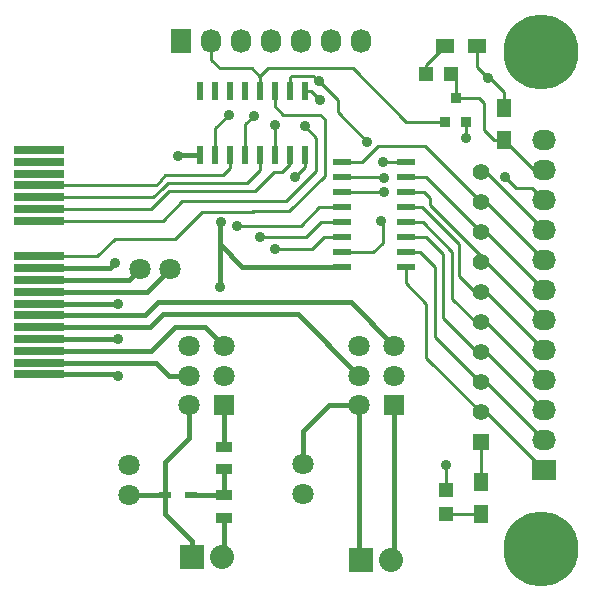
<source format=gtl>
%FSLAX46Y46*%
G04 Gerber Fmt 4.6, Leading zero omitted, Abs format (unit mm)*
G04 Created by KiCad (PCBNEW (2014-10-27 BZR 5228)-product) date 29/03/2015 08:33:29*
%MOMM*%
G01*
G04 APERTURE LIST*
%ADD10C,0.100000*%
%ADD11C,6.350000*%
%ADD12R,1.397000X0.889000*%
%ADD13R,1.000760X0.599440*%
%ADD14C,1.800000*%
%ADD15R,1.800000X1.800000*%
%ADD16R,4.200000X0.700000*%
%ADD17R,1.198880X1.198880*%
%ADD18R,2.032000X2.032000*%
%ADD19O,2.032000X2.032000*%
%ADD20R,0.914400X0.914400*%
%ADD21R,1.300000X1.500000*%
%ADD22R,1.500000X1.300000*%
%ADD23R,1.397000X1.397000*%
%ADD24C,1.397000*%
%ADD25R,0.600000X1.500000*%
%ADD26R,1.500000X0.600000*%
%ADD27R,2.032000X1.727200*%
%ADD28O,2.032000X1.727200*%
%ADD29R,1.727200X2.032000*%
%ADD30O,1.727200X2.032000*%
%ADD31C,0.889000*%
%ADD32C,0.250000*%
%ADD33C,0.400000*%
G04 APERTURE END LIST*
D10*
D11*
X46050000Y-3900000D03*
X46050000Y-46000000D03*
D12*
X19250000Y-39252500D03*
X19250000Y-37347500D03*
X19250000Y-43352500D03*
X19250000Y-41447500D03*
D13*
X14250180Y-41400000D03*
X16449820Y-41400000D03*
D14*
X25950000Y-41300000D03*
X25950000Y-38760000D03*
X11150000Y-38900000D03*
X11150000Y-41440000D03*
X30650000Y-33800000D03*
X30650000Y-31300000D03*
D15*
X33650000Y-33800000D03*
D14*
X30650000Y-28800000D03*
X33650000Y-28800000D03*
X33650000Y-31300000D03*
X16250000Y-33800000D03*
X16250000Y-31300000D03*
D15*
X19250000Y-33800000D03*
D14*
X16250000Y-28800000D03*
X19250000Y-28800000D03*
X19250000Y-31300000D03*
D16*
X3550000Y-31200000D03*
X3550000Y-30200000D03*
X3550000Y-29200000D03*
X3550000Y-28200000D03*
X3550000Y-27200000D03*
X3550000Y-26200000D03*
X3550000Y-25200000D03*
X3550000Y-24200000D03*
X3550000Y-23200000D03*
X3550000Y-22200000D03*
X3550000Y-21200000D03*
X3550000Y-18200000D03*
X3550000Y-17200000D03*
X3550000Y-16200000D03*
X3550000Y-15200000D03*
X3550000Y-14200000D03*
X3550000Y-13200000D03*
X3550000Y-12200000D03*
D14*
X12100000Y-22250000D03*
X14640000Y-22250000D03*
D17*
X38050000Y-43049020D03*
X38050000Y-40950980D03*
X36300980Y-5800000D03*
X38399020Y-5800000D03*
D18*
X30850000Y-46900000D03*
D19*
X33390000Y-46900000D03*
D18*
X16550000Y-46700000D03*
D19*
X19090000Y-46700000D03*
D20*
X39739000Y-9816000D03*
X37961000Y-9816000D03*
X38850000Y-7784000D03*
D21*
X42950000Y-8650000D03*
X42950000Y-11350000D03*
X40950000Y-40350000D03*
X40950000Y-43050000D03*
D22*
X40600000Y-3400000D03*
X37900000Y-3400000D03*
D23*
X40950000Y-36930000D03*
D24*
X40950000Y-34390000D03*
X40950000Y-31850000D03*
X40950000Y-29310000D03*
X40950000Y-26770000D03*
X40950000Y-24230000D03*
X40950000Y-21690000D03*
X40950000Y-19150000D03*
X40950000Y-16610000D03*
X40950000Y-14070000D03*
D25*
X17205000Y-12600000D03*
X18475000Y-12600000D03*
X19745000Y-12600000D03*
X21015000Y-12600000D03*
X22285000Y-12600000D03*
X23555000Y-12600000D03*
X24825000Y-12600000D03*
X26095000Y-12600000D03*
X26095000Y-7200000D03*
X24825000Y-7200000D03*
X23555000Y-7200000D03*
X22285000Y-7200000D03*
X21015000Y-7200000D03*
X19745000Y-7200000D03*
X18475000Y-7200000D03*
X17205000Y-7200000D03*
D26*
X34650000Y-22145000D03*
X34650000Y-20875000D03*
X34650000Y-19605000D03*
X34650000Y-18335000D03*
X34650000Y-17065000D03*
X34650000Y-15795000D03*
X34650000Y-14525000D03*
X34650000Y-13255000D03*
X29250000Y-13255000D03*
X29250000Y-14525000D03*
X29250000Y-15795000D03*
X29250000Y-17065000D03*
X29250000Y-18335000D03*
X29250000Y-19605000D03*
X29250000Y-20875000D03*
X29250000Y-22145000D03*
D27*
X46350000Y-39300000D03*
D28*
X46350000Y-36760000D03*
X46350000Y-34220000D03*
X46350000Y-31680000D03*
X46350000Y-29140000D03*
X46350000Y-26600000D03*
X46350000Y-24060000D03*
X46350000Y-21520000D03*
X46350000Y-18980000D03*
X46350000Y-16440000D03*
X46350000Y-13900000D03*
X46350000Y-11360000D03*
D29*
X15550000Y-3000000D03*
D30*
X18090000Y-3000000D03*
X20630000Y-3000000D03*
X23170000Y-3000000D03*
X25710000Y-3000000D03*
X28250000Y-3000000D03*
X30790000Y-3000000D03*
D31*
X41550000Y-6100000D03*
X27350000Y-8000000D03*
X26050000Y-10200000D03*
X18850000Y-23800000D03*
X15350000Y-12700000D03*
X18950000Y-18300000D03*
X32750000Y-15800000D03*
X43050000Y-14500000D03*
X32750000Y-14600000D03*
X25250000Y-14500000D03*
X9950000Y-21800000D03*
X32650000Y-13200000D03*
X39750000Y-11200000D03*
X38050000Y-38900000D03*
X10250000Y-31300000D03*
X10250000Y-28200000D03*
X10250000Y-25200000D03*
X20350000Y-18600000D03*
X19650000Y-9200000D03*
X22250000Y-19600000D03*
X21750000Y-9300000D03*
X23550000Y-20600000D03*
X23555000Y-10100000D03*
X31350000Y-11500000D03*
X27250000Y-6400000D03*
X32550000Y-18200000D03*
D32*
X40950000Y-40350000D02*
X40950000Y-36930000D01*
X41550000Y-6100000D02*
X40600000Y-5150000D01*
X40600000Y-5150000D02*
X40600000Y-3400000D01*
X41750000Y-6100000D02*
X42950000Y-7300000D01*
X42950000Y-7300000D02*
X42950000Y-8650000D01*
X41550000Y-6100000D02*
X41750000Y-6100000D01*
D33*
X3550000Y-30200000D02*
X13450000Y-30200000D01*
X14550000Y-31300000D02*
X16250000Y-31300000D01*
X13450000Y-30200000D02*
X14550000Y-31300000D01*
X16250000Y-31300000D02*
X15950000Y-31300000D01*
X15050000Y-27200000D02*
X17650000Y-27200000D01*
X13050000Y-29200000D02*
X15050000Y-27200000D01*
X3550000Y-29200000D02*
X13050000Y-29200000D01*
X17650000Y-27200000D02*
X19250000Y-28800000D01*
X30650000Y-31300000D02*
X25450000Y-26100000D01*
X12950000Y-27200000D02*
X14050000Y-26100000D01*
X14050000Y-26100000D02*
X19950000Y-26100000D01*
X12950000Y-27200000D02*
X3550000Y-27200000D01*
X25450000Y-26100000D02*
X19950000Y-26100000D01*
X33650000Y-28800000D02*
X29950000Y-25100000D01*
X29950000Y-25100000D02*
X19950000Y-25100000D01*
X12550000Y-26200000D02*
X13650000Y-25100000D01*
X13650000Y-25100000D02*
X19950000Y-25100000D01*
X12550000Y-26200000D02*
X3550000Y-26200000D01*
X3550000Y-24200000D02*
X12690000Y-24200000D01*
X12690000Y-24200000D02*
X14640000Y-22250000D01*
X3550000Y-23200000D02*
X11150000Y-23200000D01*
X11150000Y-23200000D02*
X12100000Y-22250000D01*
D32*
X27750000Y-13200000D02*
X27750000Y-14400000D01*
X21550000Y-17400000D02*
X21550000Y-17410000D01*
X24750000Y-17400000D02*
X21550000Y-17400000D01*
X27750000Y-14400000D02*
X24750000Y-17400000D01*
X27750000Y-11000000D02*
X27750000Y-9600000D01*
X23555000Y-8505000D02*
X23555000Y-7200000D01*
X24250000Y-9200000D02*
X23555000Y-8505000D01*
X27350000Y-9200000D02*
X24250000Y-9200000D01*
X27750000Y-9600000D02*
X27350000Y-9200000D01*
X27750000Y-13300000D02*
X27750000Y-13200000D01*
X27750000Y-13200000D02*
X27750000Y-11000000D01*
X27750000Y-11000000D02*
X27750000Y-10900000D01*
X12650000Y-19700000D02*
X15070000Y-19700000D01*
X17360000Y-17410000D02*
X21550000Y-17410000D01*
X15070000Y-19700000D02*
X17360000Y-17410000D01*
X3550000Y-21200000D02*
X8450000Y-21200000D01*
X9950000Y-19700000D02*
X12650000Y-19700000D01*
X8450000Y-21200000D02*
X9950000Y-19700000D01*
X21550000Y-17410000D02*
X21740000Y-17410000D01*
X19010000Y-16540000D02*
X24510000Y-16540000D01*
X26550000Y-7200000D02*
X26095000Y-7200000D01*
X27350000Y-8000000D02*
X26550000Y-7200000D01*
X27050000Y-11200000D02*
X26050000Y-10200000D01*
X27050000Y-14000000D02*
X27050000Y-11200000D01*
X24510000Y-16540000D02*
X27050000Y-14000000D01*
X19010000Y-16540000D02*
X15690000Y-16540000D01*
X19050000Y-16500000D02*
X19010000Y-16540000D01*
X15650000Y-16500000D02*
X15690000Y-16540000D01*
X3550000Y-18200000D02*
X8250000Y-18200000D01*
X14050000Y-18180000D02*
X15690000Y-16540000D01*
X15690000Y-16540000D02*
X15730000Y-16500000D01*
X8250000Y-18200000D02*
X14030000Y-18200000D01*
X21050000Y-15700000D02*
X21850000Y-15700000D01*
X14550000Y-15700000D02*
X21050000Y-15700000D01*
X13050000Y-17200000D02*
X13190000Y-17060000D01*
X13190000Y-17060000D02*
X14250000Y-16000000D01*
X3550000Y-17200000D02*
X8450000Y-17200000D01*
X13050000Y-17200000D02*
X8450000Y-17200000D01*
X14250000Y-16000000D02*
X14550000Y-15700000D01*
X24825000Y-13425000D02*
X24825000Y-12600000D01*
X24150000Y-14100000D02*
X24825000Y-13425000D01*
X23450000Y-14100000D02*
X24150000Y-14100000D01*
X21850000Y-15700000D02*
X23450000Y-14100000D01*
X14050000Y-15400000D02*
X14450000Y-15000000D01*
X10150000Y-16200000D02*
X13250000Y-16200000D01*
X13250000Y-16200000D02*
X14050000Y-15400000D01*
X22285000Y-13865000D02*
X22285000Y-12600000D01*
X21150000Y-15000000D02*
X22285000Y-13865000D01*
X14450000Y-15000000D02*
X21150000Y-15000000D01*
X10150000Y-16200000D02*
X10350000Y-16200000D01*
X3550000Y-16200000D02*
X10150000Y-16200000D01*
X13850000Y-14800000D02*
X13850000Y-14700000D01*
X8350000Y-15200000D02*
X13450000Y-15200000D01*
X13450000Y-15200000D02*
X13850000Y-14800000D01*
X3550000Y-15200000D02*
X8350000Y-15200000D01*
X19745000Y-13705000D02*
X19745000Y-12600000D01*
X19150000Y-14300000D02*
X19745000Y-13705000D01*
X14250000Y-14300000D02*
X19150000Y-14300000D01*
X13850000Y-14700000D02*
X14250000Y-14300000D01*
D33*
X19202500Y-41400000D02*
X16449820Y-41400000D01*
D32*
X19250000Y-41447500D02*
X19202500Y-41400000D01*
D33*
X19250000Y-39252500D02*
X19250000Y-41447500D01*
X19250000Y-37347500D02*
X19250000Y-33800000D01*
D32*
X19250000Y-46540000D02*
X19090000Y-46700000D01*
D33*
X19250000Y-43352500D02*
X19250000Y-46540000D01*
X16250000Y-36600000D02*
X16250000Y-33800000D01*
X14250180Y-38599820D02*
X16250000Y-36600000D01*
X14250180Y-41400000D02*
X14250180Y-38599820D01*
X14250180Y-43000180D02*
X14250180Y-41400000D01*
X16550000Y-45300000D02*
X14250180Y-43000180D01*
X16550000Y-46700000D02*
X16550000Y-45300000D01*
X14210180Y-41440000D02*
X14250180Y-41400000D01*
X11150000Y-41440000D02*
X14210180Y-41440000D01*
X18850000Y-20150000D02*
X18850000Y-23800000D01*
X15350000Y-12700000D02*
X15450000Y-12600000D01*
X15450000Y-12600000D02*
X17205000Y-12600000D01*
X20810000Y-22090000D02*
X20800000Y-22100000D01*
D32*
X29205000Y-22100000D02*
X29250000Y-22145000D01*
D33*
X20800000Y-22100000D02*
X29205000Y-22100000D01*
X20775000Y-22075000D02*
X18850000Y-20150000D01*
X18850000Y-18400000D02*
X18850000Y-20150000D01*
X18850000Y-18400000D02*
X18950000Y-18300000D01*
X20775000Y-22075000D02*
X20800000Y-22100000D01*
D32*
X40949020Y-43049020D02*
X40950000Y-43050000D01*
X38050000Y-43049020D02*
X40949020Y-43049020D01*
X36300980Y-4999020D02*
X37900000Y-3400000D01*
X36300980Y-5800000D02*
X36300980Y-4999020D01*
X45500000Y-13900000D02*
X42950000Y-11350000D01*
X46350000Y-13900000D02*
X45500000Y-13900000D01*
X42100000Y-11350000D02*
X41250000Y-10500000D01*
X41250000Y-10500000D02*
X41250000Y-8200000D01*
X41250000Y-8200000D02*
X40834000Y-7784000D01*
X40834000Y-7784000D02*
X38850000Y-7784000D01*
X42950000Y-11350000D02*
X42100000Y-11350000D01*
X38850000Y-6250980D02*
X38399020Y-5800000D01*
X38850000Y-7784000D02*
X38850000Y-6250980D01*
X30650000Y-46700000D02*
X30850000Y-46900000D01*
D33*
X30650000Y-33800000D02*
X30650000Y-46700000D01*
D32*
X30610000Y-33760000D02*
X30650000Y-33800000D01*
D33*
X25950000Y-36000000D02*
X28150000Y-33800000D01*
X28150000Y-33800000D02*
X30650000Y-33800000D01*
X25950000Y-38760000D02*
X25950000Y-36000000D01*
D32*
X33650000Y-46640000D02*
X33390000Y-46900000D01*
D33*
X33650000Y-33800000D02*
X33650000Y-46640000D01*
D32*
X41440000Y-34390000D02*
X46350000Y-39300000D01*
X40950000Y-34390000D02*
X41440000Y-34390000D01*
X34650000Y-23500000D02*
X36350000Y-25200000D01*
X36350000Y-25200000D02*
X36350000Y-29790000D01*
X36350000Y-29790000D02*
X40950000Y-34390000D01*
X34650000Y-22145000D02*
X34650000Y-23500000D01*
X41440000Y-31850000D02*
X46350000Y-36760000D01*
X40950000Y-31850000D02*
X41440000Y-31850000D01*
X37050000Y-28000000D02*
X37050000Y-22100000D01*
X37050000Y-22100000D02*
X35825000Y-20875000D01*
X35825000Y-20875000D02*
X34650000Y-20875000D01*
X40900000Y-31850000D02*
X37050000Y-28000000D01*
X40950000Y-31850000D02*
X40900000Y-31850000D01*
X29195000Y-15850000D02*
X29250000Y-15795000D01*
X29250000Y-15795000D02*
X31045000Y-15795000D01*
X31045000Y-15795000D02*
X31050000Y-15800000D01*
X32745000Y-15795000D02*
X32750000Y-15800000D01*
X45310000Y-15400000D02*
X46350000Y-16440000D01*
X43950000Y-15400000D02*
X45310000Y-15400000D01*
X43050000Y-14500000D02*
X43950000Y-15400000D01*
X31045000Y-15795000D02*
X32745000Y-15795000D01*
X41440000Y-29310000D02*
X46350000Y-34220000D01*
X40950000Y-29310000D02*
X41440000Y-29310000D01*
X37750000Y-26400000D02*
X37750000Y-21000000D01*
X37750000Y-21000000D02*
X36355000Y-19605000D01*
X36355000Y-19605000D02*
X34650000Y-19605000D01*
X40660000Y-29310000D02*
X37750000Y-26400000D01*
X40950000Y-29310000D02*
X40660000Y-29310000D01*
X41440000Y-26770000D02*
X46350000Y-31680000D01*
X40950000Y-26770000D02*
X41440000Y-26770000D01*
X38550000Y-24800000D02*
X38550000Y-20800000D01*
X38550000Y-20800000D02*
X36085000Y-18335000D01*
X36085000Y-18335000D02*
X34650000Y-18335000D01*
X40520000Y-26770000D02*
X38550000Y-24800000D01*
X40950000Y-26770000D02*
X40520000Y-26770000D01*
X41440000Y-24230000D02*
X46350000Y-29140000D01*
X40950000Y-24230000D02*
X41440000Y-24230000D01*
X39150000Y-22900000D02*
X39150000Y-20200000D01*
X39150000Y-20200000D02*
X36015000Y-17065000D01*
X36015000Y-17065000D02*
X34650000Y-17065000D01*
X40480000Y-24230000D02*
X39150000Y-22900000D01*
X40950000Y-24230000D02*
X40480000Y-24230000D01*
X41440000Y-21690000D02*
X46350000Y-26600000D01*
X40950000Y-21690000D02*
X41440000Y-21690000D01*
X34650000Y-15795000D02*
X35055000Y-15795000D01*
X36650000Y-16900000D02*
X36650000Y-16300000D01*
X36650000Y-16300000D02*
X36145000Y-15795000D01*
X36145000Y-15795000D02*
X34650000Y-15795000D01*
X40950000Y-21200000D02*
X36650000Y-16900000D01*
X40950000Y-21690000D02*
X40950000Y-21200000D01*
X41440000Y-19150000D02*
X46350000Y-24060000D01*
X40950000Y-19150000D02*
X41440000Y-19150000D01*
X36325000Y-14525000D02*
X40950000Y-19150000D01*
X34650000Y-14525000D02*
X36325000Y-14525000D01*
X41440000Y-16610000D02*
X46350000Y-21520000D01*
X40950000Y-16610000D02*
X41440000Y-16610000D01*
X40950000Y-16600000D02*
X40950000Y-16610000D01*
X30895000Y-13255000D02*
X32250000Y-11900000D01*
X32250000Y-11900000D02*
X36250000Y-11900000D01*
X36250000Y-11900000D02*
X40950000Y-16600000D01*
X29250000Y-13255000D02*
X30895000Y-13255000D01*
X41440000Y-14070000D02*
X46350000Y-18980000D01*
X40950000Y-14070000D02*
X41440000Y-14070000D01*
X31025000Y-14525000D02*
X31050000Y-14500000D01*
X29250000Y-14525000D02*
X31025000Y-14525000D01*
X32675000Y-14525000D02*
X32750000Y-14600000D01*
X31025000Y-14525000D02*
X32675000Y-14525000D01*
X26095000Y-12600000D02*
X26095000Y-13655000D01*
X26095000Y-13655000D02*
X25250000Y-14500000D01*
D33*
X3550000Y-22200000D02*
X9550000Y-22200000D01*
X9550000Y-22200000D02*
X9950000Y-21800000D01*
X9050000Y-31200000D02*
X9110000Y-31200000D01*
X3550000Y-31200000D02*
X9050000Y-31200000D01*
X8150000Y-28200000D02*
X8200000Y-28200000D01*
X3550000Y-28200000D02*
X8150000Y-28200000D01*
D32*
X32705000Y-13255000D02*
X32650000Y-13200000D01*
X34650000Y-13255000D02*
X32705000Y-13255000D01*
X39739000Y-11189000D02*
X39750000Y-11200000D01*
X39739000Y-9816000D02*
X39739000Y-11189000D01*
X38050000Y-40950980D02*
X38050000Y-38900000D01*
X9050000Y-31200000D02*
X8850000Y-31200000D01*
D33*
X10150000Y-31200000D02*
X10250000Y-31300000D01*
X9050000Y-31200000D02*
X10150000Y-31200000D01*
X8150000Y-28200000D02*
X10250000Y-28200000D01*
X8200000Y-25200000D02*
X3550000Y-25200000D01*
X10250000Y-25200000D02*
X8200000Y-25200000D01*
D32*
X22285000Y-6100000D02*
X22285000Y-5965000D01*
X34666000Y-9816000D02*
X37961000Y-9816000D01*
X30150000Y-5300000D02*
X34666000Y-9816000D01*
X22950000Y-5300000D02*
X30150000Y-5300000D01*
X22285000Y-5965000D02*
X22950000Y-5300000D01*
X22285000Y-7200000D02*
X22285000Y-6100000D01*
X22285000Y-6100000D02*
X22285000Y-6035000D01*
X18090000Y-4540000D02*
X18090000Y-3000000D01*
X18850000Y-5300000D02*
X18090000Y-4540000D01*
X21550000Y-5300000D02*
X18850000Y-5300000D01*
X22285000Y-6035000D02*
X21550000Y-5300000D01*
X29250000Y-17065000D02*
X27285000Y-17065000D01*
X25750000Y-18600000D02*
X20350000Y-18600000D01*
X27285000Y-17065000D02*
X25750000Y-18600000D01*
X18475000Y-12600000D02*
X18475000Y-10375000D01*
X18475000Y-10375000D02*
X19650000Y-9200000D01*
X29250000Y-18335000D02*
X27415000Y-18335000D01*
X26150000Y-19600000D02*
X22250000Y-19600000D01*
X27415000Y-18335000D02*
X26150000Y-19600000D01*
X21015000Y-12600000D02*
X21015000Y-10035000D01*
X21015000Y-10035000D02*
X21750000Y-9300000D01*
X29250000Y-19605000D02*
X27645000Y-19605000D01*
X26650000Y-20600000D02*
X23550000Y-20600000D01*
X27645000Y-19605000D02*
X26650000Y-20600000D01*
X23555000Y-12600000D02*
X23555000Y-10100000D01*
X23555000Y-10100000D02*
X23555000Y-9995000D01*
X27250000Y-6400000D02*
X28850000Y-8000000D01*
X28850000Y-9000000D02*
X28850000Y-8000000D01*
X28850000Y-9000000D02*
X31350000Y-11500000D01*
X24825000Y-7200000D02*
X24825000Y-6025000D01*
X26750000Y-5900000D02*
X27250000Y-6400000D01*
X24950000Y-5900000D02*
X26750000Y-5900000D01*
X24825000Y-6025000D02*
X24950000Y-5900000D01*
X29250000Y-20875000D02*
X30475000Y-20875000D01*
X31875000Y-20875000D02*
X29250000Y-20875000D01*
X32650000Y-20100000D02*
X31875000Y-20875000D01*
X32650000Y-18300000D02*
X32650000Y-20100000D01*
X32550000Y-18200000D02*
X32650000Y-18300000D01*
M02*

</source>
